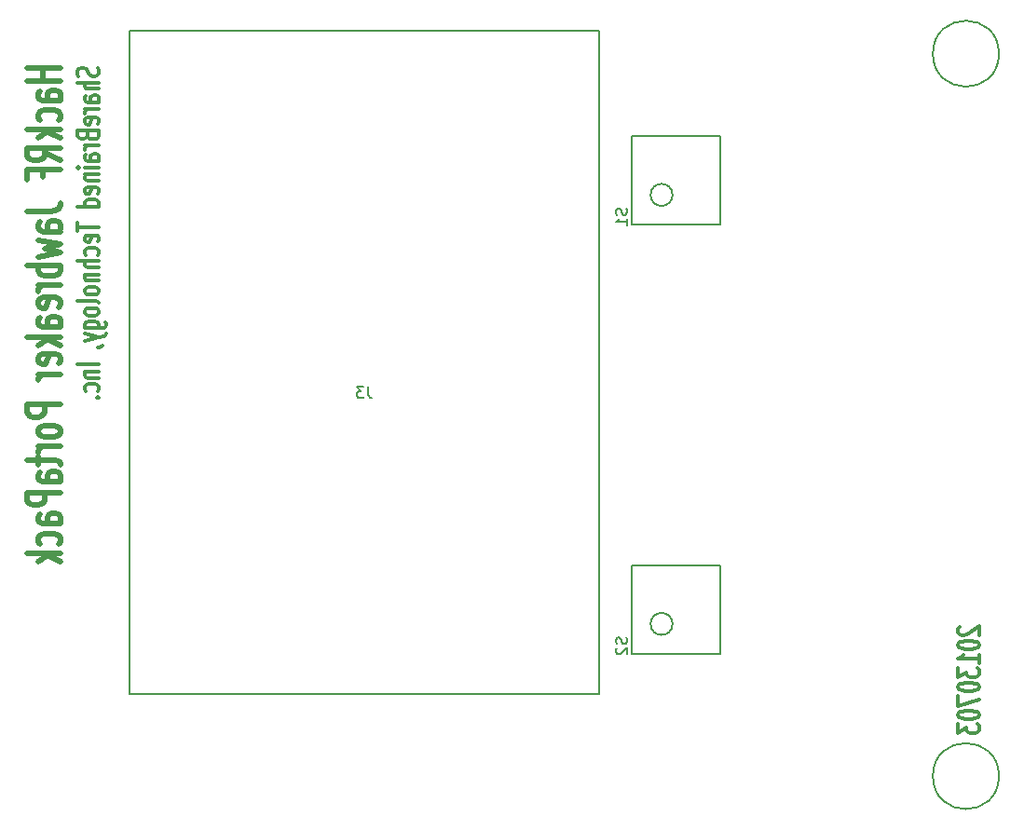
<source format=gbo>
G04 (created by PCBNEW (2013-mar-13)-testing) date Wed 03 Jul 2013 03:21:25 PM PDT*
%MOIN*%
G04 Gerber Fmt 3.4, Leading zero omitted, Abs format*
%FSLAX34Y34*%
G01*
G70*
G90*
G04 APERTURE LIST*
%ADD10C,0.008000*%
%ADD11C,0.013110*%
%ADD12C,0.019685*%
%ADD13C,0.005906*%
G04 APERTURE END LIST*
G54D10*
G54D11*
X86257Y-46950D02*
X86220Y-46975D01*
X86182Y-47025D01*
X86182Y-47150D01*
X86220Y-47200D01*
X86257Y-47225D01*
X86332Y-47250D01*
X86407Y-47250D01*
X86520Y-47225D01*
X86970Y-46925D01*
X86970Y-47250D01*
X86182Y-47575D02*
X86182Y-47625D01*
X86220Y-47675D01*
X86257Y-47700D01*
X86332Y-47725D01*
X86482Y-47750D01*
X86670Y-47750D01*
X86820Y-47725D01*
X86895Y-47700D01*
X86932Y-47675D01*
X86970Y-47625D01*
X86970Y-47575D01*
X86932Y-47525D01*
X86895Y-47500D01*
X86820Y-47475D01*
X86670Y-47450D01*
X86482Y-47450D01*
X86332Y-47475D01*
X86257Y-47500D01*
X86220Y-47525D01*
X86182Y-47575D01*
X86970Y-48249D02*
X86970Y-47949D01*
X86970Y-48099D02*
X86182Y-48099D01*
X86295Y-48049D01*
X86370Y-47999D01*
X86407Y-47949D01*
X86182Y-48424D02*
X86182Y-48749D01*
X86482Y-48574D01*
X86482Y-48649D01*
X86520Y-48699D01*
X86557Y-48724D01*
X86632Y-48749D01*
X86820Y-48749D01*
X86895Y-48724D01*
X86932Y-48699D01*
X86970Y-48649D01*
X86970Y-48499D01*
X86932Y-48449D01*
X86895Y-48424D01*
X86182Y-49074D02*
X86182Y-49124D01*
X86220Y-49174D01*
X86257Y-49199D01*
X86332Y-49224D01*
X86482Y-49249D01*
X86670Y-49249D01*
X86820Y-49224D01*
X86895Y-49199D01*
X86932Y-49174D01*
X86970Y-49124D01*
X86970Y-49074D01*
X86932Y-49024D01*
X86895Y-48999D01*
X86820Y-48974D01*
X86670Y-48949D01*
X86482Y-48949D01*
X86332Y-48974D01*
X86257Y-48999D01*
X86220Y-49024D01*
X86182Y-49074D01*
X86182Y-49424D02*
X86182Y-49774D01*
X86970Y-49549D01*
X86182Y-50074D02*
X86182Y-50124D01*
X86220Y-50174D01*
X86257Y-50199D01*
X86332Y-50224D01*
X86482Y-50249D01*
X86670Y-50249D01*
X86820Y-50224D01*
X86895Y-50199D01*
X86932Y-50174D01*
X86970Y-50124D01*
X86970Y-50074D01*
X86932Y-50024D01*
X86895Y-49999D01*
X86820Y-49974D01*
X86670Y-49949D01*
X86482Y-49949D01*
X86332Y-49974D01*
X86257Y-49999D01*
X86220Y-50024D01*
X86182Y-50074D01*
X86182Y-50424D02*
X86182Y-50748D01*
X86482Y-50573D01*
X86482Y-50648D01*
X86520Y-50698D01*
X86557Y-50723D01*
X86632Y-50748D01*
X86820Y-50748D01*
X86895Y-50723D01*
X86932Y-50698D01*
X86970Y-50648D01*
X86970Y-50499D01*
X86932Y-50449D01*
X86895Y-50424D01*
X55436Y-26950D02*
X55474Y-27025D01*
X55474Y-27150D01*
X55436Y-27200D01*
X55399Y-27225D01*
X55324Y-27250D01*
X55249Y-27250D01*
X55174Y-27225D01*
X55136Y-27200D01*
X55099Y-27150D01*
X55061Y-27050D01*
X55024Y-27000D01*
X54986Y-26975D01*
X54911Y-26950D01*
X54836Y-26950D01*
X54761Y-26975D01*
X54724Y-27000D01*
X54686Y-27050D01*
X54686Y-27175D01*
X54724Y-27250D01*
X55474Y-27475D02*
X54686Y-27475D01*
X55474Y-27700D02*
X55061Y-27700D01*
X54986Y-27675D01*
X54949Y-27625D01*
X54949Y-27550D01*
X54986Y-27500D01*
X55024Y-27475D01*
X55474Y-28174D02*
X55061Y-28174D01*
X54986Y-28149D01*
X54949Y-28099D01*
X54949Y-27999D01*
X54986Y-27949D01*
X55436Y-28174D02*
X55474Y-28124D01*
X55474Y-27999D01*
X55436Y-27949D01*
X55361Y-27924D01*
X55286Y-27924D01*
X55211Y-27949D01*
X55174Y-27999D01*
X55174Y-28124D01*
X55136Y-28174D01*
X55474Y-28424D02*
X54949Y-28424D01*
X55099Y-28424D02*
X55024Y-28449D01*
X54986Y-28474D01*
X54949Y-28524D01*
X54949Y-28574D01*
X55436Y-28949D02*
X55474Y-28899D01*
X55474Y-28799D01*
X55436Y-28749D01*
X55361Y-28724D01*
X55061Y-28724D01*
X54986Y-28749D01*
X54949Y-28799D01*
X54949Y-28899D01*
X54986Y-28949D01*
X55061Y-28974D01*
X55136Y-28974D01*
X55211Y-28724D01*
X55061Y-29374D02*
X55099Y-29449D01*
X55136Y-29474D01*
X55211Y-29499D01*
X55324Y-29499D01*
X55399Y-29474D01*
X55436Y-29449D01*
X55474Y-29399D01*
X55474Y-29199D01*
X54686Y-29199D01*
X54686Y-29374D01*
X54724Y-29424D01*
X54761Y-29449D01*
X54836Y-29474D01*
X54911Y-29474D01*
X54986Y-29449D01*
X55024Y-29424D01*
X55061Y-29374D01*
X55061Y-29199D01*
X55474Y-29724D02*
X54949Y-29724D01*
X55099Y-29724D02*
X55024Y-29749D01*
X54986Y-29774D01*
X54949Y-29824D01*
X54949Y-29874D01*
X55474Y-30274D02*
X55061Y-30274D01*
X54986Y-30249D01*
X54949Y-30199D01*
X54949Y-30099D01*
X54986Y-30049D01*
X55436Y-30274D02*
X55474Y-30224D01*
X55474Y-30099D01*
X55436Y-30049D01*
X55361Y-30024D01*
X55286Y-30024D01*
X55211Y-30049D01*
X55174Y-30099D01*
X55174Y-30224D01*
X55136Y-30274D01*
X55474Y-30524D02*
X54949Y-30524D01*
X54686Y-30524D02*
X54724Y-30499D01*
X54761Y-30524D01*
X54724Y-30549D01*
X54686Y-30524D01*
X54761Y-30524D01*
X54949Y-30773D02*
X55474Y-30773D01*
X55024Y-30773D02*
X54986Y-30798D01*
X54949Y-30848D01*
X54949Y-30923D01*
X54986Y-30973D01*
X55061Y-30998D01*
X55474Y-30998D01*
X55436Y-31448D02*
X55474Y-31398D01*
X55474Y-31298D01*
X55436Y-31248D01*
X55361Y-31223D01*
X55061Y-31223D01*
X54986Y-31248D01*
X54949Y-31298D01*
X54949Y-31398D01*
X54986Y-31448D01*
X55061Y-31473D01*
X55136Y-31473D01*
X55211Y-31223D01*
X55474Y-31923D02*
X54686Y-31923D01*
X55436Y-31923D02*
X55474Y-31873D01*
X55474Y-31773D01*
X55436Y-31723D01*
X55399Y-31698D01*
X55324Y-31673D01*
X55099Y-31673D01*
X55024Y-31698D01*
X54986Y-31723D01*
X54949Y-31773D01*
X54949Y-31873D01*
X54986Y-31923D01*
X54686Y-32498D02*
X54686Y-32798D01*
X55474Y-32648D02*
X54686Y-32648D01*
X55436Y-33173D02*
X55474Y-33123D01*
X55474Y-33023D01*
X55436Y-32973D01*
X55361Y-32948D01*
X55061Y-32948D01*
X54986Y-32973D01*
X54949Y-33023D01*
X54949Y-33123D01*
X54986Y-33173D01*
X55061Y-33198D01*
X55136Y-33198D01*
X55211Y-32948D01*
X55436Y-33647D02*
X55474Y-33597D01*
X55474Y-33497D01*
X55436Y-33447D01*
X55399Y-33422D01*
X55324Y-33397D01*
X55099Y-33397D01*
X55024Y-33422D01*
X54986Y-33447D01*
X54949Y-33497D01*
X54949Y-33597D01*
X54986Y-33647D01*
X55474Y-33872D02*
X54686Y-33872D01*
X55474Y-34097D02*
X55061Y-34097D01*
X54986Y-34072D01*
X54949Y-34022D01*
X54949Y-33947D01*
X54986Y-33897D01*
X55024Y-33872D01*
X54949Y-34347D02*
X55474Y-34347D01*
X55024Y-34347D02*
X54986Y-34372D01*
X54949Y-34422D01*
X54949Y-34497D01*
X54986Y-34547D01*
X55061Y-34572D01*
X55474Y-34572D01*
X55474Y-34897D02*
X55436Y-34847D01*
X55399Y-34822D01*
X55324Y-34797D01*
X55099Y-34797D01*
X55024Y-34822D01*
X54986Y-34847D01*
X54949Y-34897D01*
X54949Y-34972D01*
X54986Y-35022D01*
X55024Y-35047D01*
X55099Y-35072D01*
X55324Y-35072D01*
X55399Y-35047D01*
X55436Y-35022D01*
X55474Y-34972D01*
X55474Y-34897D01*
X55474Y-35372D02*
X55436Y-35322D01*
X55361Y-35297D01*
X54686Y-35297D01*
X55474Y-35647D02*
X55436Y-35597D01*
X55399Y-35572D01*
X55324Y-35547D01*
X55099Y-35547D01*
X55024Y-35572D01*
X54986Y-35597D01*
X54949Y-35647D01*
X54949Y-35722D01*
X54986Y-35772D01*
X55024Y-35797D01*
X55099Y-35822D01*
X55324Y-35822D01*
X55399Y-35797D01*
X55436Y-35772D01*
X55474Y-35722D01*
X55474Y-35647D01*
X54949Y-36271D02*
X55586Y-36271D01*
X55661Y-36246D01*
X55699Y-36221D01*
X55736Y-36171D01*
X55736Y-36096D01*
X55699Y-36046D01*
X55436Y-36271D02*
X55474Y-36221D01*
X55474Y-36121D01*
X55436Y-36071D01*
X55399Y-36046D01*
X55324Y-36021D01*
X55099Y-36021D01*
X55024Y-36046D01*
X54986Y-36071D01*
X54949Y-36121D01*
X54949Y-36221D01*
X54986Y-36271D01*
X54949Y-36471D02*
X55474Y-36596D01*
X54949Y-36721D02*
X55474Y-36596D01*
X55661Y-36546D01*
X55699Y-36521D01*
X55736Y-36471D01*
X55436Y-36946D02*
X55474Y-36946D01*
X55549Y-36921D01*
X55586Y-36896D01*
X55474Y-37571D02*
X54686Y-37571D01*
X54949Y-37821D02*
X55474Y-37821D01*
X55024Y-37821D02*
X54986Y-37846D01*
X54949Y-37896D01*
X54949Y-37971D01*
X54986Y-38021D01*
X55061Y-38046D01*
X55474Y-38046D01*
X55436Y-38521D02*
X55474Y-38471D01*
X55474Y-38371D01*
X55436Y-38321D01*
X55399Y-38296D01*
X55324Y-38271D01*
X55099Y-38271D01*
X55024Y-38296D01*
X54986Y-38321D01*
X54949Y-38371D01*
X54949Y-38471D01*
X54986Y-38521D01*
X55399Y-38745D02*
X55436Y-38770D01*
X55474Y-38745D01*
X55436Y-38720D01*
X55399Y-38745D01*
X55474Y-38745D01*
G54D12*
X54077Y-26959D02*
X52896Y-26959D01*
X53458Y-26959D02*
X53458Y-27409D01*
X54077Y-27409D02*
X52896Y-27409D01*
X54077Y-28121D02*
X53458Y-28121D01*
X53346Y-28083D01*
X53290Y-28008D01*
X53290Y-27859D01*
X53346Y-27784D01*
X54021Y-28121D02*
X54077Y-28046D01*
X54077Y-27859D01*
X54021Y-27784D01*
X53908Y-27746D01*
X53796Y-27746D01*
X53683Y-27784D01*
X53627Y-27859D01*
X53627Y-28046D01*
X53571Y-28121D01*
X54021Y-28833D02*
X54077Y-28758D01*
X54077Y-28608D01*
X54021Y-28533D01*
X53965Y-28496D01*
X53852Y-28458D01*
X53515Y-28458D01*
X53402Y-28496D01*
X53346Y-28533D01*
X53290Y-28608D01*
X53290Y-28758D01*
X53346Y-28833D01*
X54077Y-29171D02*
X52896Y-29171D01*
X53627Y-29246D02*
X54077Y-29471D01*
X53290Y-29471D02*
X53740Y-29171D01*
X54077Y-30258D02*
X53515Y-29996D01*
X54077Y-29808D02*
X52896Y-29808D01*
X52896Y-30108D01*
X52952Y-30183D01*
X53008Y-30221D01*
X53121Y-30258D01*
X53290Y-30258D01*
X53402Y-30221D01*
X53458Y-30183D01*
X53515Y-30108D01*
X53515Y-29808D01*
X53458Y-30858D02*
X53458Y-30596D01*
X54077Y-30596D02*
X52896Y-30596D01*
X52896Y-30971D01*
X52896Y-32095D02*
X53740Y-32095D01*
X53908Y-32058D01*
X54021Y-31983D01*
X54077Y-31871D01*
X54077Y-31796D01*
X54077Y-32808D02*
X53458Y-32808D01*
X53346Y-32770D01*
X53290Y-32695D01*
X53290Y-32545D01*
X53346Y-32470D01*
X54021Y-32808D02*
X54077Y-32733D01*
X54077Y-32545D01*
X54021Y-32470D01*
X53908Y-32433D01*
X53796Y-32433D01*
X53683Y-32470D01*
X53627Y-32545D01*
X53627Y-32733D01*
X53571Y-32808D01*
X53290Y-33108D02*
X54077Y-33258D01*
X53515Y-33408D01*
X54077Y-33558D01*
X53290Y-33708D01*
X54077Y-34008D02*
X52896Y-34008D01*
X53346Y-34008D02*
X53290Y-34083D01*
X53290Y-34233D01*
X53346Y-34308D01*
X53402Y-34345D01*
X53515Y-34383D01*
X53852Y-34383D01*
X53965Y-34345D01*
X54021Y-34308D01*
X54077Y-34233D01*
X54077Y-34083D01*
X54021Y-34008D01*
X54077Y-34720D02*
X53290Y-34720D01*
X53515Y-34720D02*
X53402Y-34758D01*
X53346Y-34795D01*
X53290Y-34870D01*
X53290Y-34945D01*
X54021Y-35508D02*
X54077Y-35433D01*
X54077Y-35283D01*
X54021Y-35208D01*
X53908Y-35170D01*
X53458Y-35170D01*
X53346Y-35208D01*
X53290Y-35283D01*
X53290Y-35433D01*
X53346Y-35508D01*
X53458Y-35545D01*
X53571Y-35545D01*
X53683Y-35170D01*
X54077Y-36220D02*
X53458Y-36220D01*
X53346Y-36182D01*
X53290Y-36107D01*
X53290Y-35958D01*
X53346Y-35883D01*
X54021Y-36220D02*
X54077Y-36145D01*
X54077Y-35958D01*
X54021Y-35883D01*
X53908Y-35845D01*
X53796Y-35845D01*
X53683Y-35883D01*
X53627Y-35958D01*
X53627Y-36145D01*
X53571Y-36220D01*
X54077Y-36595D02*
X52896Y-36595D01*
X53627Y-36670D02*
X54077Y-36895D01*
X53290Y-36895D02*
X53740Y-36595D01*
X54021Y-37532D02*
X54077Y-37457D01*
X54077Y-37307D01*
X54021Y-37232D01*
X53908Y-37195D01*
X53458Y-37195D01*
X53346Y-37232D01*
X53290Y-37307D01*
X53290Y-37457D01*
X53346Y-37532D01*
X53458Y-37570D01*
X53571Y-37570D01*
X53683Y-37195D01*
X54077Y-37907D02*
X53290Y-37907D01*
X53515Y-37907D02*
X53402Y-37945D01*
X53346Y-37982D01*
X53290Y-38057D01*
X53290Y-38132D01*
X54077Y-38995D02*
X52896Y-38995D01*
X52896Y-39295D01*
X52952Y-39370D01*
X53008Y-39407D01*
X53121Y-39445D01*
X53290Y-39445D01*
X53402Y-39407D01*
X53458Y-39370D01*
X53515Y-39295D01*
X53515Y-38995D01*
X54077Y-39895D02*
X54021Y-39820D01*
X53965Y-39782D01*
X53852Y-39745D01*
X53515Y-39745D01*
X53402Y-39782D01*
X53346Y-39820D01*
X53290Y-39895D01*
X53290Y-40007D01*
X53346Y-40082D01*
X53402Y-40119D01*
X53515Y-40157D01*
X53852Y-40157D01*
X53965Y-40119D01*
X54021Y-40082D01*
X54077Y-40007D01*
X54077Y-39895D01*
X54077Y-40494D02*
X53290Y-40494D01*
X53515Y-40494D02*
X53402Y-40532D01*
X53346Y-40569D01*
X53290Y-40644D01*
X53290Y-40719D01*
X53290Y-40869D02*
X53290Y-41169D01*
X52896Y-40982D02*
X53908Y-40982D01*
X54021Y-41019D01*
X54077Y-41094D01*
X54077Y-41169D01*
X54077Y-41769D02*
X53458Y-41769D01*
X53346Y-41732D01*
X53290Y-41657D01*
X53290Y-41507D01*
X53346Y-41432D01*
X54021Y-41769D02*
X54077Y-41694D01*
X54077Y-41507D01*
X54021Y-41432D01*
X53908Y-41394D01*
X53796Y-41394D01*
X53683Y-41432D01*
X53627Y-41507D01*
X53627Y-41694D01*
X53571Y-41769D01*
X54077Y-42144D02*
X52896Y-42144D01*
X52896Y-42444D01*
X52952Y-42519D01*
X53008Y-42557D01*
X53121Y-42594D01*
X53290Y-42594D01*
X53402Y-42557D01*
X53458Y-42519D01*
X53515Y-42444D01*
X53515Y-42144D01*
X54077Y-43269D02*
X53458Y-43269D01*
X53346Y-43232D01*
X53290Y-43157D01*
X53290Y-43007D01*
X53346Y-42932D01*
X54021Y-43269D02*
X54077Y-43194D01*
X54077Y-43007D01*
X54021Y-42932D01*
X53908Y-42894D01*
X53796Y-42894D01*
X53683Y-42932D01*
X53627Y-43007D01*
X53627Y-43194D01*
X53571Y-43269D01*
X54021Y-43982D02*
X54077Y-43907D01*
X54077Y-43757D01*
X54021Y-43682D01*
X53965Y-43644D01*
X53852Y-43607D01*
X53515Y-43607D01*
X53402Y-43644D01*
X53346Y-43682D01*
X53290Y-43757D01*
X53290Y-43907D01*
X53346Y-43982D01*
X54077Y-44319D02*
X52896Y-44319D01*
X53627Y-44394D02*
X54077Y-44619D01*
X53290Y-44619D02*
X53740Y-44319D01*
G54D10*
X77677Y-44753D02*
X74527Y-44753D01*
X77677Y-47923D02*
X77677Y-44753D01*
X74527Y-47923D02*
X77677Y-47923D01*
X74527Y-44753D02*
X74527Y-47923D01*
X75984Y-46850D02*
G75*
G03X75984Y-46850I-393J0D01*
G74*
G01*
X77677Y-29399D02*
X74527Y-29399D01*
X77677Y-32568D02*
X77677Y-29399D01*
X74527Y-32568D02*
X77677Y-32568D01*
X74527Y-29399D02*
X74527Y-32568D01*
X75984Y-31496D02*
G75*
G03X75984Y-31496I-393J0D01*
G74*
G01*
X87661Y-52295D02*
G75*
G03X87661Y-52295I-1181J0D01*
G74*
G01*
X87661Y-26444D02*
G75*
G03X87661Y-26444I-1181J0D01*
G74*
G01*
X56551Y-49362D02*
X73370Y-49362D01*
X73370Y-49362D02*
X73370Y-25637D01*
X73370Y-25637D02*
X56551Y-25637D01*
X56551Y-25637D02*
X56551Y-49362D01*
G54D13*
X74332Y-47337D02*
X74351Y-47394D01*
X74351Y-47487D01*
X74332Y-47525D01*
X74313Y-47544D01*
X74276Y-47562D01*
X74238Y-47562D01*
X74201Y-47544D01*
X74182Y-47525D01*
X74163Y-47487D01*
X74145Y-47412D01*
X74126Y-47375D01*
X74107Y-47356D01*
X74070Y-47337D01*
X74032Y-47337D01*
X73995Y-47356D01*
X73976Y-47375D01*
X73957Y-47412D01*
X73957Y-47506D01*
X73976Y-47562D01*
X73995Y-47712D02*
X73976Y-47731D01*
X73957Y-47769D01*
X73957Y-47862D01*
X73976Y-47900D01*
X73995Y-47919D01*
X74032Y-47937D01*
X74070Y-47937D01*
X74126Y-47919D01*
X74351Y-47694D01*
X74351Y-47937D01*
X74332Y-31983D02*
X74351Y-32039D01*
X74351Y-32133D01*
X74332Y-32170D01*
X74313Y-32189D01*
X74276Y-32208D01*
X74238Y-32208D01*
X74201Y-32189D01*
X74182Y-32170D01*
X74163Y-32133D01*
X74145Y-32058D01*
X74126Y-32020D01*
X74107Y-32002D01*
X74070Y-31983D01*
X74032Y-31983D01*
X73995Y-32002D01*
X73976Y-32020D01*
X73957Y-32058D01*
X73957Y-32152D01*
X73976Y-32208D01*
X74351Y-32583D02*
X74351Y-32358D01*
X74351Y-32470D02*
X73957Y-32470D01*
X74013Y-32433D01*
X74051Y-32395D01*
X74070Y-32358D01*
X65091Y-38367D02*
X65091Y-38648D01*
X65110Y-38704D01*
X65148Y-38742D01*
X65204Y-38760D01*
X65241Y-38760D01*
X64941Y-38367D02*
X64698Y-38367D01*
X64829Y-38517D01*
X64773Y-38517D01*
X64735Y-38535D01*
X64716Y-38554D01*
X64698Y-38592D01*
X64698Y-38685D01*
X64716Y-38723D01*
X64735Y-38742D01*
X64773Y-38760D01*
X64885Y-38760D01*
X64923Y-38742D01*
X64941Y-38723D01*
M02*

</source>
